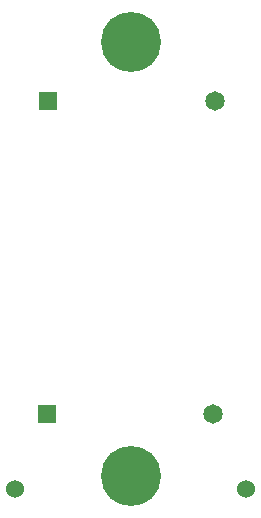
<source format=gbr>
G04*
G04 #@! TF.GenerationSoftware,Altium Limited,Altium Designer,22.4.2 (48)*
G04*
G04 Layer_Color=255*
%FSLAX25Y25*%
%MOIN*%
G70*
G04*
G04 #@! TF.SameCoordinates,B6AF70FB-BE31-42F1-9D96-D6FD262C6614*
G04*
G04*
G04 #@! TF.FilePolarity,Positive*
G04*
G01*
G75*
%ADD21C,0.06000*%
%ADD22C,0.20000*%
%ADD23R,0.06496X0.06496*%
%ADD24C,0.06496*%
D21*
X6500Y8500D02*
D03*
X83500D02*
D03*
D22*
X45000Y13000D02*
D03*
Y157500D02*
D03*
D23*
X17000Y33500D02*
D03*
X17500Y138000D02*
D03*
D24*
X72512Y33500D02*
D03*
X73012Y138000D02*
D03*
M02*

</source>
